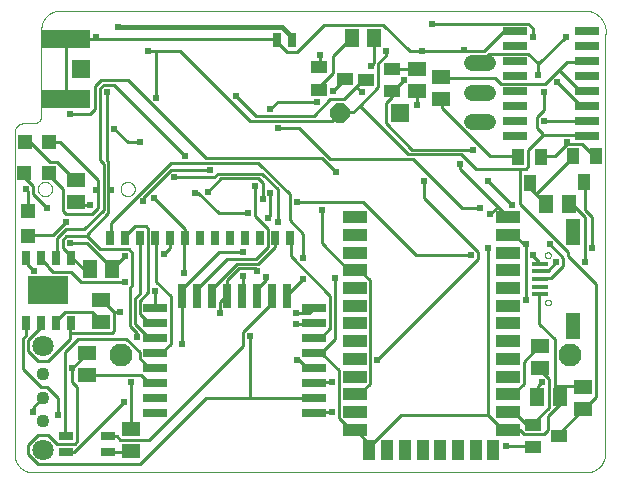
<source format=gbl>
G75*
%MOIN*%
%OFA0B0*%
%FSLAX25Y25*%
%IPPOS*%
%LPD*%
%AMOC8*
5,1,8,0,0,1.08239X$1,22.5*
%
%ADD10C,0.00000*%
%ADD11R,0.06496X0.06496*%
%ADD12OC8,0.06496*%
%ADD13R,0.04724X0.02756*%
%ADD14C,0.05200*%
%ADD15R,0.16000X0.06000*%
%ADD16R,0.06000X0.06000*%
%ADD17R,0.08000X0.02600*%
%ADD18R,0.05906X0.05118*%
%ADD19R,0.03937X0.05512*%
%ADD20R,0.05118X0.05906*%
%ADD21R,0.02500X0.05000*%
%ADD22R,0.05512X0.01575*%
%ADD23R,0.05000X0.08661*%
%ADD24R,0.07874X0.03937*%
%ADD25R,0.03937X0.07087*%
%ADD26R,0.04724X0.04724*%
%ADD27R,0.08000X0.03000*%
%ADD28R,0.03000X0.08000*%
%ADD29R,0.05512X0.03937*%
%ADD30C,0.04362*%
%ADD31C,0.07087*%
%ADD32R,0.02756X0.05118*%
%ADD33R,0.13386X0.09449*%
%ADD34C,0.07677*%
%ADD35C,0.01000*%
%ADD36C,0.02400*%
%ADD37C,0.01500*%
D10*
X0010738Y0006895D02*
X0010738Y0114484D01*
X0010740Y0114588D01*
X0010746Y0114692D01*
X0010755Y0114796D01*
X0010768Y0114900D01*
X0010785Y0115002D01*
X0010806Y0115105D01*
X0010831Y0115206D01*
X0010859Y0115306D01*
X0010891Y0115406D01*
X0010926Y0115504D01*
X0010965Y0115600D01*
X0011008Y0115695D01*
X0011054Y0115789D01*
X0011103Y0115881D01*
X0011156Y0115971D01*
X0011212Y0116059D01*
X0011271Y0116145D01*
X0011333Y0116228D01*
X0011398Y0116310D01*
X0011466Y0116389D01*
X0011537Y0116465D01*
X0011611Y0116539D01*
X0011687Y0116610D01*
X0011766Y0116678D01*
X0011848Y0116743D01*
X0011931Y0116805D01*
X0012017Y0116864D01*
X0012105Y0116920D01*
X0012195Y0116973D01*
X0012287Y0117022D01*
X0012381Y0117068D01*
X0012476Y0117111D01*
X0012572Y0117150D01*
X0012670Y0117185D01*
X0012770Y0117217D01*
X0012870Y0117245D01*
X0012971Y0117270D01*
X0013074Y0117291D01*
X0013176Y0117308D01*
X0013280Y0117321D01*
X0013384Y0117330D01*
X0013488Y0117336D01*
X0013592Y0117338D01*
X0013592Y0117339D02*
X0016942Y0117339D01*
X0017044Y0117341D01*
X0017145Y0117347D01*
X0017246Y0117357D01*
X0017347Y0117370D01*
X0017447Y0117388D01*
X0017547Y0117409D01*
X0017645Y0117434D01*
X0017743Y0117463D01*
X0017839Y0117495D01*
X0017934Y0117531D01*
X0018028Y0117571D01*
X0018120Y0117615D01*
X0018210Y0117661D01*
X0018298Y0117712D01*
X0018385Y0117765D01*
X0018469Y0117822D01*
X0018551Y0117882D01*
X0018631Y0117945D01*
X0018708Y0118012D01*
X0018782Y0118081D01*
X0018854Y0118153D01*
X0018923Y0118227D01*
X0018990Y0118304D01*
X0019053Y0118384D01*
X0019113Y0118466D01*
X0019170Y0118550D01*
X0019223Y0118637D01*
X0019274Y0118725D01*
X0019320Y0118815D01*
X0019364Y0118907D01*
X0019404Y0119001D01*
X0019440Y0119096D01*
X0019472Y0119192D01*
X0019501Y0119290D01*
X0019526Y0119388D01*
X0019547Y0119488D01*
X0019565Y0119588D01*
X0019578Y0119689D01*
X0019588Y0119790D01*
X0019594Y0119891D01*
X0019596Y0119993D01*
X0019596Y0148826D01*
X0019597Y0148826D02*
X0019599Y0148979D01*
X0019605Y0149132D01*
X0019614Y0149284D01*
X0019628Y0149436D01*
X0019645Y0149588D01*
X0019667Y0149739D01*
X0019692Y0149890D01*
X0019720Y0150040D01*
X0019753Y0150190D01*
X0019790Y0150338D01*
X0019830Y0150485D01*
X0019874Y0150632D01*
X0019921Y0150777D01*
X0019972Y0150921D01*
X0020027Y0151064D01*
X0020086Y0151205D01*
X0020148Y0151344D01*
X0020213Y0151482D01*
X0020282Y0151619D01*
X0020355Y0151753D01*
X0020431Y0151886D01*
X0020510Y0152017D01*
X0020592Y0152145D01*
X0020678Y0152272D01*
X0020767Y0152396D01*
X0020859Y0152518D01*
X0020954Y0152638D01*
X0021052Y0152755D01*
X0021153Y0152870D01*
X0021257Y0152982D01*
X0021364Y0153091D01*
X0021473Y0153198D01*
X0021585Y0153302D01*
X0021700Y0153403D01*
X0021817Y0153501D01*
X0021937Y0153596D01*
X0022059Y0153688D01*
X0022183Y0153777D01*
X0022310Y0153863D01*
X0022438Y0153945D01*
X0022569Y0154024D01*
X0022702Y0154100D01*
X0022836Y0154173D01*
X0022973Y0154242D01*
X0023111Y0154307D01*
X0023250Y0154369D01*
X0023391Y0154428D01*
X0023534Y0154483D01*
X0023678Y0154534D01*
X0023823Y0154581D01*
X0023970Y0154625D01*
X0024117Y0154665D01*
X0024265Y0154702D01*
X0024415Y0154735D01*
X0024565Y0154763D01*
X0024716Y0154788D01*
X0024867Y0154810D01*
X0025019Y0154827D01*
X0025171Y0154841D01*
X0025323Y0154850D01*
X0025476Y0154856D01*
X0025629Y0154858D01*
X0201964Y0154858D01*
X0201964Y0154859D02*
X0202131Y0154826D01*
X0202296Y0154789D01*
X0202461Y0154748D01*
X0202625Y0154703D01*
X0202787Y0154654D01*
X0202949Y0154601D01*
X0203109Y0154545D01*
X0203267Y0154484D01*
X0203424Y0154420D01*
X0203580Y0154351D01*
X0203734Y0154280D01*
X0203886Y0154204D01*
X0204036Y0154125D01*
X0204184Y0154042D01*
X0204330Y0153955D01*
X0204474Y0153866D01*
X0204616Y0153772D01*
X0204755Y0153675D01*
X0204893Y0153575D01*
X0205027Y0153472D01*
X0205159Y0153365D01*
X0205289Y0153256D01*
X0205416Y0153143D01*
X0205540Y0153027D01*
X0205661Y0152908D01*
X0205779Y0152786D01*
X0205895Y0152662D01*
X0206007Y0152534D01*
X0206116Y0152404D01*
X0206222Y0152272D01*
X0206325Y0152137D01*
X0206424Y0151999D01*
X0206520Y0151859D01*
X0206613Y0151717D01*
X0206702Y0151572D01*
X0206788Y0151426D01*
X0206870Y0151277D01*
X0206949Y0151127D01*
X0207024Y0150974D01*
X0207095Y0150820D01*
X0207162Y0150665D01*
X0207226Y0150507D01*
X0207286Y0150348D01*
X0207342Y0150188D01*
X0207394Y0150026D01*
X0207442Y0149864D01*
X0207486Y0149700D01*
X0207526Y0149535D01*
X0207563Y0149369D01*
X0207595Y0149202D01*
X0207623Y0149035D01*
X0207647Y0148867D01*
X0207667Y0148698D01*
X0207683Y0148529D01*
X0207695Y0148360D01*
X0207703Y0148190D01*
X0207707Y0148021D01*
X0207706Y0147851D01*
X0207702Y0147681D01*
X0207693Y0147512D01*
X0207680Y0147342D01*
X0207664Y0147173D01*
X0207643Y0147005D01*
X0207618Y0146837D01*
X0207589Y0146670D01*
X0207589Y0146669D02*
X0207589Y0007487D01*
X0207587Y0007328D01*
X0207581Y0007169D01*
X0207571Y0007010D01*
X0207558Y0006851D01*
X0207540Y0006693D01*
X0207519Y0006535D01*
X0207493Y0006378D01*
X0207464Y0006221D01*
X0207431Y0006066D01*
X0207395Y0005911D01*
X0207354Y0005757D01*
X0207310Y0005604D01*
X0207262Y0005452D01*
X0207210Y0005302D01*
X0207154Y0005152D01*
X0207095Y0005005D01*
X0207032Y0004858D01*
X0206966Y0004713D01*
X0206896Y0004570D01*
X0206823Y0004429D01*
X0206746Y0004290D01*
X0206666Y0004152D01*
X0206583Y0004016D01*
X0206496Y0003883D01*
X0206406Y0003752D01*
X0206312Y0003623D01*
X0206216Y0003496D01*
X0206117Y0003372D01*
X0206014Y0003250D01*
X0205909Y0003131D01*
X0205800Y0003014D01*
X0205689Y0002900D01*
X0205575Y0002789D01*
X0205458Y0002680D01*
X0205339Y0002575D01*
X0205217Y0002472D01*
X0205093Y0002373D01*
X0204966Y0002277D01*
X0204837Y0002183D01*
X0204706Y0002093D01*
X0204573Y0002006D01*
X0204437Y0001923D01*
X0204299Y0001843D01*
X0204160Y0001766D01*
X0204019Y0001693D01*
X0203876Y0001623D01*
X0203731Y0001557D01*
X0203584Y0001494D01*
X0203437Y0001435D01*
X0203287Y0001379D01*
X0203137Y0001327D01*
X0202985Y0001279D01*
X0202832Y0001235D01*
X0202678Y0001194D01*
X0202523Y0001158D01*
X0202368Y0001125D01*
X0202211Y0001096D01*
X0202054Y0001070D01*
X0201896Y0001049D01*
X0201738Y0001031D01*
X0201579Y0001018D01*
X0201420Y0001008D01*
X0201261Y0001002D01*
X0201102Y0001000D01*
X0016644Y0001000D01*
X0016643Y0001000D02*
X0016492Y0001002D01*
X0016340Y0001008D01*
X0016188Y0001017D01*
X0016037Y0001031D01*
X0015886Y0001048D01*
X0015735Y0001069D01*
X0015586Y0001095D01*
X0015436Y0001124D01*
X0015288Y0001156D01*
X0015141Y0001193D01*
X0014994Y0001234D01*
X0014849Y0001278D01*
X0014705Y0001326D01*
X0014562Y0001377D01*
X0014420Y0001433D01*
X0014280Y0001492D01*
X0014142Y0001554D01*
X0014005Y0001620D01*
X0013870Y0001690D01*
X0013737Y0001763D01*
X0013605Y0001839D01*
X0013476Y0001919D01*
X0013349Y0002002D01*
X0013224Y0002088D01*
X0013101Y0002178D01*
X0012981Y0002270D01*
X0012863Y0002366D01*
X0012747Y0002465D01*
X0012634Y0002566D01*
X0012524Y0002671D01*
X0012417Y0002778D01*
X0012312Y0002888D01*
X0012210Y0003001D01*
X0012111Y0003116D01*
X0012015Y0003234D01*
X0011922Y0003354D01*
X0011832Y0003477D01*
X0011746Y0003602D01*
X0011663Y0003729D01*
X0011583Y0003858D01*
X0011506Y0003989D01*
X0011433Y0004122D01*
X0011363Y0004257D01*
X0011297Y0004394D01*
X0011234Y0004532D01*
X0011175Y0004672D01*
X0011119Y0004814D01*
X0011067Y0004956D01*
X0011019Y0005101D01*
X0010975Y0005246D01*
X0010934Y0005392D01*
X0010897Y0005540D01*
X0010864Y0005688D01*
X0010835Y0005837D01*
X0010809Y0005987D01*
X0010788Y0006137D01*
X0010770Y0006288D01*
X0010756Y0006439D01*
X0010746Y0006591D01*
X0010740Y0006743D01*
X0010738Y0006895D01*
X0018455Y0095488D02*
X0018457Y0095585D01*
X0018463Y0095682D01*
X0018473Y0095778D01*
X0018487Y0095874D01*
X0018505Y0095970D01*
X0018526Y0096064D01*
X0018552Y0096158D01*
X0018581Y0096250D01*
X0018615Y0096341D01*
X0018651Y0096431D01*
X0018692Y0096519D01*
X0018736Y0096605D01*
X0018784Y0096690D01*
X0018835Y0096772D01*
X0018889Y0096853D01*
X0018947Y0096931D01*
X0019008Y0097006D01*
X0019071Y0097079D01*
X0019138Y0097150D01*
X0019208Y0097217D01*
X0019280Y0097282D01*
X0019355Y0097343D01*
X0019433Y0097402D01*
X0019512Y0097457D01*
X0019594Y0097509D01*
X0019678Y0097557D01*
X0019764Y0097602D01*
X0019852Y0097644D01*
X0019941Y0097682D01*
X0020032Y0097716D01*
X0020124Y0097746D01*
X0020217Y0097773D01*
X0020312Y0097795D01*
X0020407Y0097814D01*
X0020503Y0097829D01*
X0020599Y0097840D01*
X0020696Y0097847D01*
X0020793Y0097850D01*
X0020890Y0097849D01*
X0020987Y0097844D01*
X0021083Y0097835D01*
X0021179Y0097822D01*
X0021275Y0097805D01*
X0021370Y0097784D01*
X0021463Y0097760D01*
X0021556Y0097731D01*
X0021648Y0097699D01*
X0021738Y0097663D01*
X0021826Y0097624D01*
X0021913Y0097580D01*
X0021998Y0097534D01*
X0022081Y0097483D01*
X0022162Y0097430D01*
X0022240Y0097373D01*
X0022317Y0097313D01*
X0022390Y0097250D01*
X0022461Y0097184D01*
X0022529Y0097115D01*
X0022595Y0097043D01*
X0022657Y0096969D01*
X0022716Y0096892D01*
X0022772Y0096813D01*
X0022825Y0096731D01*
X0022875Y0096648D01*
X0022920Y0096562D01*
X0022963Y0096475D01*
X0023002Y0096386D01*
X0023037Y0096296D01*
X0023068Y0096204D01*
X0023095Y0096111D01*
X0023119Y0096017D01*
X0023139Y0095922D01*
X0023155Y0095826D01*
X0023167Y0095730D01*
X0023175Y0095633D01*
X0023179Y0095536D01*
X0023179Y0095440D01*
X0023175Y0095343D01*
X0023167Y0095246D01*
X0023155Y0095150D01*
X0023139Y0095054D01*
X0023119Y0094959D01*
X0023095Y0094865D01*
X0023068Y0094772D01*
X0023037Y0094680D01*
X0023002Y0094590D01*
X0022963Y0094501D01*
X0022920Y0094414D01*
X0022875Y0094328D01*
X0022825Y0094245D01*
X0022772Y0094163D01*
X0022716Y0094084D01*
X0022657Y0094007D01*
X0022595Y0093933D01*
X0022529Y0093861D01*
X0022461Y0093792D01*
X0022390Y0093726D01*
X0022317Y0093663D01*
X0022240Y0093603D01*
X0022162Y0093546D01*
X0022081Y0093493D01*
X0021998Y0093442D01*
X0021913Y0093396D01*
X0021826Y0093352D01*
X0021738Y0093313D01*
X0021648Y0093277D01*
X0021556Y0093245D01*
X0021463Y0093216D01*
X0021370Y0093192D01*
X0021275Y0093171D01*
X0021179Y0093154D01*
X0021083Y0093141D01*
X0020987Y0093132D01*
X0020890Y0093127D01*
X0020793Y0093126D01*
X0020696Y0093129D01*
X0020599Y0093136D01*
X0020503Y0093147D01*
X0020407Y0093162D01*
X0020312Y0093181D01*
X0020217Y0093203D01*
X0020124Y0093230D01*
X0020032Y0093260D01*
X0019941Y0093294D01*
X0019852Y0093332D01*
X0019764Y0093374D01*
X0019678Y0093419D01*
X0019594Y0093467D01*
X0019512Y0093519D01*
X0019433Y0093574D01*
X0019355Y0093633D01*
X0019280Y0093694D01*
X0019208Y0093759D01*
X0019138Y0093826D01*
X0019071Y0093897D01*
X0019008Y0093970D01*
X0018947Y0094045D01*
X0018889Y0094123D01*
X0018835Y0094204D01*
X0018784Y0094286D01*
X0018736Y0094371D01*
X0018692Y0094457D01*
X0018651Y0094545D01*
X0018615Y0094635D01*
X0018581Y0094726D01*
X0018552Y0094818D01*
X0018526Y0094912D01*
X0018505Y0095006D01*
X0018487Y0095102D01*
X0018473Y0095198D01*
X0018463Y0095294D01*
X0018457Y0095391D01*
X0018455Y0095488D01*
X0046014Y0095488D02*
X0046016Y0095585D01*
X0046022Y0095682D01*
X0046032Y0095778D01*
X0046046Y0095874D01*
X0046064Y0095970D01*
X0046085Y0096064D01*
X0046111Y0096158D01*
X0046140Y0096250D01*
X0046174Y0096341D01*
X0046210Y0096431D01*
X0046251Y0096519D01*
X0046295Y0096605D01*
X0046343Y0096690D01*
X0046394Y0096772D01*
X0046448Y0096853D01*
X0046506Y0096931D01*
X0046567Y0097006D01*
X0046630Y0097079D01*
X0046697Y0097150D01*
X0046767Y0097217D01*
X0046839Y0097282D01*
X0046914Y0097343D01*
X0046992Y0097402D01*
X0047071Y0097457D01*
X0047153Y0097509D01*
X0047237Y0097557D01*
X0047323Y0097602D01*
X0047411Y0097644D01*
X0047500Y0097682D01*
X0047591Y0097716D01*
X0047683Y0097746D01*
X0047776Y0097773D01*
X0047871Y0097795D01*
X0047966Y0097814D01*
X0048062Y0097829D01*
X0048158Y0097840D01*
X0048255Y0097847D01*
X0048352Y0097850D01*
X0048449Y0097849D01*
X0048546Y0097844D01*
X0048642Y0097835D01*
X0048738Y0097822D01*
X0048834Y0097805D01*
X0048929Y0097784D01*
X0049022Y0097760D01*
X0049115Y0097731D01*
X0049207Y0097699D01*
X0049297Y0097663D01*
X0049385Y0097624D01*
X0049472Y0097580D01*
X0049557Y0097534D01*
X0049640Y0097483D01*
X0049721Y0097430D01*
X0049799Y0097373D01*
X0049876Y0097313D01*
X0049949Y0097250D01*
X0050020Y0097184D01*
X0050088Y0097115D01*
X0050154Y0097043D01*
X0050216Y0096969D01*
X0050275Y0096892D01*
X0050331Y0096813D01*
X0050384Y0096731D01*
X0050434Y0096648D01*
X0050479Y0096562D01*
X0050522Y0096475D01*
X0050561Y0096386D01*
X0050596Y0096296D01*
X0050627Y0096204D01*
X0050654Y0096111D01*
X0050678Y0096017D01*
X0050698Y0095922D01*
X0050714Y0095826D01*
X0050726Y0095730D01*
X0050734Y0095633D01*
X0050738Y0095536D01*
X0050738Y0095440D01*
X0050734Y0095343D01*
X0050726Y0095246D01*
X0050714Y0095150D01*
X0050698Y0095054D01*
X0050678Y0094959D01*
X0050654Y0094865D01*
X0050627Y0094772D01*
X0050596Y0094680D01*
X0050561Y0094590D01*
X0050522Y0094501D01*
X0050479Y0094414D01*
X0050434Y0094328D01*
X0050384Y0094245D01*
X0050331Y0094163D01*
X0050275Y0094084D01*
X0050216Y0094007D01*
X0050154Y0093933D01*
X0050088Y0093861D01*
X0050020Y0093792D01*
X0049949Y0093726D01*
X0049876Y0093663D01*
X0049799Y0093603D01*
X0049721Y0093546D01*
X0049640Y0093493D01*
X0049557Y0093442D01*
X0049472Y0093396D01*
X0049385Y0093352D01*
X0049297Y0093313D01*
X0049207Y0093277D01*
X0049115Y0093245D01*
X0049022Y0093216D01*
X0048929Y0093192D01*
X0048834Y0093171D01*
X0048738Y0093154D01*
X0048642Y0093141D01*
X0048546Y0093132D01*
X0048449Y0093127D01*
X0048352Y0093126D01*
X0048255Y0093129D01*
X0048158Y0093136D01*
X0048062Y0093147D01*
X0047966Y0093162D01*
X0047871Y0093181D01*
X0047776Y0093203D01*
X0047683Y0093230D01*
X0047591Y0093260D01*
X0047500Y0093294D01*
X0047411Y0093332D01*
X0047323Y0093374D01*
X0047237Y0093419D01*
X0047153Y0093467D01*
X0047071Y0093519D01*
X0046992Y0093574D01*
X0046914Y0093633D01*
X0046839Y0093694D01*
X0046767Y0093759D01*
X0046697Y0093826D01*
X0046630Y0093897D01*
X0046567Y0093970D01*
X0046506Y0094045D01*
X0046448Y0094123D01*
X0046394Y0094204D01*
X0046343Y0094286D01*
X0046295Y0094371D01*
X0046251Y0094457D01*
X0046210Y0094545D01*
X0046174Y0094635D01*
X0046140Y0094726D01*
X0046111Y0094818D01*
X0046085Y0094912D01*
X0046064Y0095006D01*
X0046046Y0095102D01*
X0046032Y0095198D01*
X0046022Y0095294D01*
X0046016Y0095391D01*
X0046014Y0095488D01*
X0187431Y0073402D02*
X0187433Y0073464D01*
X0187439Y0073527D01*
X0187449Y0073588D01*
X0187463Y0073649D01*
X0187480Y0073709D01*
X0187501Y0073768D01*
X0187527Y0073825D01*
X0187555Y0073880D01*
X0187587Y0073934D01*
X0187623Y0073985D01*
X0187661Y0074035D01*
X0187703Y0074081D01*
X0187747Y0074125D01*
X0187795Y0074166D01*
X0187844Y0074204D01*
X0187896Y0074238D01*
X0187950Y0074269D01*
X0188006Y0074297D01*
X0188064Y0074321D01*
X0188123Y0074342D01*
X0188183Y0074358D01*
X0188244Y0074371D01*
X0188306Y0074380D01*
X0188368Y0074385D01*
X0188431Y0074386D01*
X0188493Y0074383D01*
X0188555Y0074376D01*
X0188617Y0074365D01*
X0188677Y0074350D01*
X0188737Y0074332D01*
X0188795Y0074310D01*
X0188852Y0074284D01*
X0188907Y0074254D01*
X0188960Y0074221D01*
X0189011Y0074185D01*
X0189059Y0074146D01*
X0189105Y0074103D01*
X0189148Y0074058D01*
X0189188Y0074010D01*
X0189225Y0073960D01*
X0189259Y0073907D01*
X0189290Y0073853D01*
X0189316Y0073797D01*
X0189340Y0073739D01*
X0189359Y0073679D01*
X0189375Y0073619D01*
X0189387Y0073557D01*
X0189395Y0073496D01*
X0189399Y0073433D01*
X0189399Y0073371D01*
X0189395Y0073308D01*
X0189387Y0073247D01*
X0189375Y0073185D01*
X0189359Y0073125D01*
X0189340Y0073065D01*
X0189316Y0073007D01*
X0189290Y0072951D01*
X0189259Y0072897D01*
X0189225Y0072844D01*
X0189188Y0072794D01*
X0189148Y0072746D01*
X0189105Y0072701D01*
X0189059Y0072658D01*
X0189011Y0072619D01*
X0188960Y0072583D01*
X0188907Y0072550D01*
X0188852Y0072520D01*
X0188795Y0072494D01*
X0188737Y0072472D01*
X0188677Y0072454D01*
X0188617Y0072439D01*
X0188555Y0072428D01*
X0188493Y0072421D01*
X0188431Y0072418D01*
X0188368Y0072419D01*
X0188306Y0072424D01*
X0188244Y0072433D01*
X0188183Y0072446D01*
X0188123Y0072462D01*
X0188064Y0072483D01*
X0188006Y0072507D01*
X0187950Y0072535D01*
X0187896Y0072566D01*
X0187844Y0072600D01*
X0187795Y0072638D01*
X0187747Y0072679D01*
X0187703Y0072723D01*
X0187661Y0072769D01*
X0187623Y0072819D01*
X0187587Y0072870D01*
X0187555Y0072924D01*
X0187527Y0072979D01*
X0187501Y0073036D01*
X0187480Y0073095D01*
X0187463Y0073155D01*
X0187449Y0073216D01*
X0187439Y0073277D01*
X0187433Y0073340D01*
X0187431Y0073402D01*
X0187431Y0057654D02*
X0187433Y0057716D01*
X0187439Y0057779D01*
X0187449Y0057840D01*
X0187463Y0057901D01*
X0187480Y0057961D01*
X0187501Y0058020D01*
X0187527Y0058077D01*
X0187555Y0058132D01*
X0187587Y0058186D01*
X0187623Y0058237D01*
X0187661Y0058287D01*
X0187703Y0058333D01*
X0187747Y0058377D01*
X0187795Y0058418D01*
X0187844Y0058456D01*
X0187896Y0058490D01*
X0187950Y0058521D01*
X0188006Y0058549D01*
X0188064Y0058573D01*
X0188123Y0058594D01*
X0188183Y0058610D01*
X0188244Y0058623D01*
X0188306Y0058632D01*
X0188368Y0058637D01*
X0188431Y0058638D01*
X0188493Y0058635D01*
X0188555Y0058628D01*
X0188617Y0058617D01*
X0188677Y0058602D01*
X0188737Y0058584D01*
X0188795Y0058562D01*
X0188852Y0058536D01*
X0188907Y0058506D01*
X0188960Y0058473D01*
X0189011Y0058437D01*
X0189059Y0058398D01*
X0189105Y0058355D01*
X0189148Y0058310D01*
X0189188Y0058262D01*
X0189225Y0058212D01*
X0189259Y0058159D01*
X0189290Y0058105D01*
X0189316Y0058049D01*
X0189340Y0057991D01*
X0189359Y0057931D01*
X0189375Y0057871D01*
X0189387Y0057809D01*
X0189395Y0057748D01*
X0189399Y0057685D01*
X0189399Y0057623D01*
X0189395Y0057560D01*
X0189387Y0057499D01*
X0189375Y0057437D01*
X0189359Y0057377D01*
X0189340Y0057317D01*
X0189316Y0057259D01*
X0189290Y0057203D01*
X0189259Y0057149D01*
X0189225Y0057096D01*
X0189188Y0057046D01*
X0189148Y0056998D01*
X0189105Y0056953D01*
X0189059Y0056910D01*
X0189011Y0056871D01*
X0188960Y0056835D01*
X0188907Y0056802D01*
X0188852Y0056772D01*
X0188795Y0056746D01*
X0188737Y0056724D01*
X0188677Y0056706D01*
X0188617Y0056691D01*
X0188555Y0056680D01*
X0188493Y0056673D01*
X0188431Y0056670D01*
X0188368Y0056671D01*
X0188306Y0056676D01*
X0188244Y0056685D01*
X0188183Y0056698D01*
X0188123Y0056714D01*
X0188064Y0056735D01*
X0188006Y0056759D01*
X0187950Y0056787D01*
X0187896Y0056818D01*
X0187844Y0056852D01*
X0187795Y0056890D01*
X0187747Y0056931D01*
X0187703Y0056975D01*
X0187661Y0057021D01*
X0187623Y0057071D01*
X0187587Y0057122D01*
X0187555Y0057176D01*
X0187527Y0057231D01*
X0187501Y0057288D01*
X0187480Y0057347D01*
X0187463Y0057407D01*
X0187449Y0057468D01*
X0187439Y0057529D01*
X0187433Y0057592D01*
X0187431Y0057654D01*
D11*
X0139006Y0120803D03*
D12*
X0119006Y0120803D03*
D13*
X0041919Y0013283D03*
X0041919Y0007772D03*
X0027746Y0007772D03*
X0027746Y0013283D03*
D14*
X0163204Y0117806D02*
X0168404Y0117806D01*
X0168404Y0127649D02*
X0163204Y0127649D01*
X0163204Y0137491D02*
X0168404Y0137491D01*
D15*
X0027864Y0145409D03*
X0027864Y0125409D03*
D16*
X0032864Y0135409D03*
D17*
X0177418Y0133067D03*
X0177418Y0138067D03*
X0177418Y0143067D03*
X0177418Y0148067D03*
X0201618Y0148067D03*
X0201618Y0143067D03*
X0201618Y0138067D03*
X0201618Y0133067D03*
X0201618Y0128067D03*
X0201618Y0123067D03*
X0201618Y0118067D03*
X0201618Y0113067D03*
X0177418Y0113067D03*
X0177418Y0118067D03*
X0177418Y0123067D03*
X0177418Y0128067D03*
D18*
X0152864Y0125409D03*
X0144833Y0128008D03*
X0144833Y0135488D03*
X0152864Y0132890D03*
X0039636Y0058638D03*
X0039636Y0051157D03*
X0034872Y0040921D03*
X0034872Y0033441D03*
X0049478Y0015567D03*
X0049478Y0008087D03*
X0031053Y0091000D03*
X0031053Y0098480D03*
X0185659Y0043283D03*
X0185659Y0035803D03*
X0199990Y0029543D03*
X0199990Y0022063D03*
D19*
X0200581Y0097693D03*
X0204321Y0106354D03*
X0196841Y0106354D03*
X0186053Y0106236D03*
X0178573Y0106236D03*
X0182313Y0097575D03*
D20*
X0187864Y0090488D03*
X0195344Y0090488D03*
X0130581Y0145843D03*
X0123100Y0145843D03*
X0043219Y0068717D03*
X0035738Y0068717D03*
X0184951Y0026079D03*
X0192431Y0026079D03*
D21*
X0102589Y0079150D03*
X0097589Y0079150D03*
X0092589Y0079150D03*
X0087589Y0079150D03*
X0082589Y0079150D03*
X0077589Y0079150D03*
X0072589Y0079150D03*
X0067589Y0079150D03*
X0062589Y0079150D03*
X0057589Y0079150D03*
X0052589Y0079150D03*
X0047589Y0079150D03*
X0042589Y0079150D03*
X0098140Y0145150D03*
X0103140Y0145150D03*
D22*
X0185659Y0070646D03*
X0185659Y0068087D03*
X0185659Y0065528D03*
X0185659Y0062969D03*
X0185659Y0060409D03*
D23*
X0196880Y0049780D03*
X0196880Y0081276D03*
D24*
X0175226Y0080213D03*
X0175226Y0086118D03*
X0175226Y0074307D03*
X0175226Y0068402D03*
X0175226Y0062496D03*
X0175226Y0056591D03*
X0175226Y0050685D03*
X0175226Y0044780D03*
X0175226Y0038874D03*
X0175226Y0032969D03*
X0175226Y0027063D03*
X0175226Y0021157D03*
X0175226Y0015252D03*
X0124045Y0015252D03*
X0124045Y0021157D03*
X0124045Y0027063D03*
X0124045Y0032969D03*
X0124045Y0038874D03*
X0124045Y0044780D03*
X0124045Y0050685D03*
X0124045Y0056591D03*
X0124045Y0062496D03*
X0124045Y0068402D03*
X0124045Y0074307D03*
X0124045Y0080213D03*
X0124045Y0086118D03*
D25*
X0128967Y0008362D03*
X0134872Y0008362D03*
X0140778Y0008362D03*
X0146683Y0008362D03*
X0152589Y0008362D03*
X0158494Y0008362D03*
X0164400Y0008362D03*
X0170305Y0008362D03*
D26*
X0022037Y0100961D03*
X0013770Y0100961D03*
X0014006Y0111000D03*
X0022274Y0111000D03*
X0015148Y0088165D03*
X0015148Y0079898D03*
D27*
X0057510Y0055961D03*
X0057510Y0050961D03*
X0057510Y0045961D03*
X0057510Y0040961D03*
X0057510Y0035961D03*
X0057510Y0030961D03*
X0057510Y0025961D03*
X0057510Y0020961D03*
X0110510Y0020961D03*
X0110510Y0025961D03*
X0110510Y0030961D03*
X0110510Y0035961D03*
X0110510Y0040961D03*
X0110510Y0045961D03*
X0110510Y0050961D03*
X0110510Y0055961D03*
D28*
X0101510Y0059961D03*
X0096510Y0059961D03*
X0091510Y0059961D03*
X0086510Y0059961D03*
X0081510Y0059961D03*
X0076510Y0059961D03*
X0071510Y0059961D03*
X0066510Y0059961D03*
D29*
X0112077Y0128559D03*
X0120738Y0132299D03*
X0127904Y0131787D03*
X0136565Y0128047D03*
X0136565Y0135528D03*
X0112077Y0136039D03*
X0183612Y0016945D03*
X0183612Y0009465D03*
X0192274Y0013205D03*
D30*
X0020148Y0018008D03*
X0020148Y0025882D03*
X0020148Y0033756D03*
D31*
X0020148Y0043205D03*
X0020148Y0008559D03*
D32*
X0019459Y0050843D03*
X0014459Y0050843D03*
X0024459Y0050843D03*
X0029459Y0050843D03*
X0029459Y0072496D03*
X0024459Y0072496D03*
X0019459Y0072496D03*
X0014459Y0072496D03*
D33*
X0021959Y0061669D03*
D34*
X0046211Y0040134D03*
X0195817Y0040134D03*
D35*
X0190738Y0045400D02*
X0190738Y0029800D01*
X0199938Y0029800D01*
X0199990Y0029543D01*
X0204338Y0026200D02*
X0204338Y0063800D01*
X0195138Y0073000D01*
X0195138Y0074600D01*
X0179138Y0090600D01*
X0179138Y0102200D01*
X0181138Y0102200D01*
X0181938Y0103000D01*
X0181938Y0108600D01*
X0186738Y0113400D01*
X0186738Y0113800D01*
X0184738Y0115800D01*
X0184738Y0119400D01*
X0187138Y0121800D01*
X0187138Y0127800D01*
X0187538Y0130600D02*
X0192138Y0135200D01*
X0199138Y0128200D01*
X0201538Y0128200D01*
X0201618Y0128067D01*
X0201538Y0123400D02*
X0199138Y0123400D01*
X0191538Y0131000D01*
X0187538Y0130600D02*
X0172738Y0130600D01*
X0170738Y0132600D01*
X0153138Y0132600D01*
X0152864Y0132890D01*
X0144833Y0135488D02*
X0144738Y0135400D01*
X0136738Y0135400D01*
X0136565Y0135528D01*
X0134338Y0139800D02*
X0131938Y0137400D01*
X0131938Y0129400D01*
X0125738Y0123200D01*
X0141938Y0107000D01*
X0159538Y0107000D01*
X0164338Y0102200D01*
X0179138Y0102200D01*
X0178573Y0106236D02*
X0178338Y0106600D01*
X0169138Y0106600D01*
X0153138Y0122600D01*
X0153138Y0125400D01*
X0152864Y0125409D01*
X0144738Y0123400D02*
X0144738Y0127800D01*
X0144833Y0128008D01*
X0140338Y0131800D02*
X0136738Y0128200D01*
X0136565Y0128047D01*
X0136338Y0127800D01*
X0136338Y0126200D01*
X0134338Y0124200D01*
X0134338Y0117400D01*
X0143138Y0108600D01*
X0163538Y0108600D01*
X0159138Y0103800D02*
X0159138Y0102200D01*
X0171738Y0089600D01*
X0169138Y0087000D01*
X0171738Y0089600D02*
X0175138Y0086200D01*
X0175226Y0086118D01*
X0176338Y0090200D02*
X0168338Y0098200D01*
X0165938Y0089000D02*
X0159938Y0089000D01*
X0143538Y0105400D01*
X0115938Y0105400D01*
X0105538Y0115800D01*
X0098338Y0115800D01*
X0091138Y0119800D02*
X0084338Y0126600D01*
X0091138Y0119800D02*
X0110338Y0119800D01*
X0115938Y0125400D01*
X0120338Y0125400D01*
X0124538Y0129600D01*
X0126338Y0127800D01*
X0124538Y0129600D02*
X0126338Y0131400D01*
X0127538Y0131400D01*
X0127904Y0131787D01*
X0129538Y0136600D02*
X0130338Y0137400D01*
X0130338Y0145800D01*
X0130581Y0145843D01*
X0133538Y0150200D02*
X0113938Y0150200D01*
X0104738Y0141000D01*
X0101538Y0141000D01*
X0097538Y0145000D01*
X0098140Y0145150D01*
X0097938Y0145400D01*
X0037938Y0145400D01*
X0037938Y0146200D01*
X0037938Y0145400D02*
X0027938Y0145400D01*
X0027864Y0145409D01*
X0027938Y0145000D01*
X0027938Y0125800D01*
X0027864Y0125409D01*
X0029138Y0120600D02*
X0035938Y0120600D01*
X0037538Y0122200D01*
X0037538Y0129800D01*
X0039538Y0131800D01*
X0048338Y0131800D01*
X0074338Y0105800D01*
X0113138Y0105800D01*
X0117938Y0101000D01*
X0126738Y0091000D02*
X0104738Y0091000D01*
X0102338Y0093800D02*
X0102338Y0085000D01*
X0106738Y0080600D01*
X0106738Y0072600D01*
X0102738Y0073000D02*
X0115938Y0059800D01*
X0115938Y0049000D01*
X0113138Y0046200D01*
X0110738Y0046200D01*
X0110510Y0045961D01*
X0110338Y0050600D02*
X0104338Y0050600D01*
X0104338Y0054200D02*
X0108738Y0054200D01*
X0110338Y0055800D01*
X0110510Y0055961D01*
X0110510Y0050961D02*
X0110338Y0050600D01*
X0117538Y0045400D02*
X0117538Y0065800D01*
X0121938Y0068600D02*
X0123938Y0068600D01*
X0124045Y0068402D01*
X0124338Y0068200D01*
X0125938Y0068200D01*
X0129138Y0065000D01*
X0129138Y0030600D01*
X0125938Y0027400D01*
X0124338Y0027400D01*
X0124045Y0027063D01*
X0116338Y0031000D02*
X0110738Y0031000D01*
X0110510Y0030961D01*
X0110510Y0025961D02*
X0110338Y0025800D01*
X0089138Y0025800D01*
X0089138Y0046600D01*
X0086738Y0047800D02*
X0096338Y0057400D01*
X0096338Y0059800D01*
X0096510Y0059961D01*
X0091538Y0060200D02*
X0091510Y0059961D01*
X0091538Y0060200D02*
X0091538Y0062200D01*
X0094338Y0065000D01*
X0094338Y0066200D01*
X0091538Y0068200D02*
X0090738Y0069000D01*
X0085538Y0069000D01*
X0081538Y0065000D01*
X0081538Y0060200D01*
X0081510Y0059961D01*
X0081138Y0059800D01*
X0079138Y0057800D01*
X0079138Y0054200D01*
X0076510Y0059961D02*
X0076738Y0060200D01*
X0076738Y0062600D01*
X0084738Y0070600D01*
X0091938Y0070600D01*
X0097538Y0076200D01*
X0097538Y0079000D01*
X0097589Y0079150D01*
X0095138Y0076200D02*
X0091138Y0072200D01*
X0081538Y0072200D01*
X0071538Y0062200D01*
X0071538Y0060200D01*
X0071510Y0059961D01*
X0066738Y0060200D02*
X0066738Y0062600D01*
X0078738Y0074600D01*
X0086738Y0074600D01*
X0095138Y0076200D02*
X0095138Y0082200D01*
X0090738Y0086600D01*
X0090738Y0096600D01*
X0091938Y0099000D02*
X0093538Y0097400D01*
X0093538Y0092200D01*
X0095938Y0094200D02*
X0095938Y0086600D01*
X0095138Y0085800D01*
X0098338Y0084600D02*
X0098338Y0095400D01*
X0093138Y0100600D01*
X0078338Y0100600D01*
X0077138Y0099400D01*
X0063938Y0099400D01*
X0062738Y0101800D02*
X0075938Y0101800D01*
X0079538Y0099000D02*
X0075138Y0094600D01*
X0071938Y0094200D02*
X0078738Y0087400D01*
X0088338Y0087400D01*
X0102338Y0093800D02*
X0091938Y0104200D01*
X0062738Y0104200D01*
X0042738Y0084200D01*
X0042738Y0079400D01*
X0042589Y0079150D01*
X0047589Y0079150D02*
X0047938Y0079400D01*
X0047938Y0080200D01*
X0050738Y0083000D01*
X0054338Y0083000D01*
X0055138Y0082200D01*
X0055138Y0061000D01*
X0052338Y0058200D01*
X0052338Y0053800D01*
X0055138Y0051000D01*
X0057138Y0051000D01*
X0057510Y0050961D01*
X0057138Y0046200D02*
X0057510Y0045961D01*
X0057138Y0046200D02*
X0055138Y0046200D01*
X0050738Y0050600D01*
X0050738Y0059000D01*
X0052338Y0060600D01*
X0052338Y0079000D01*
X0052589Y0079150D01*
X0048738Y0075400D02*
X0039138Y0075400D01*
X0034738Y0079800D01*
X0034738Y0080200D01*
X0041938Y0087400D01*
X0041938Y0095000D01*
X0042738Y0095000D01*
X0041938Y0095000D02*
X0041938Y0104600D01*
X0041538Y0105000D01*
X0041538Y0127800D01*
X0040338Y0130200D02*
X0039138Y0129000D01*
X0039138Y0105000D01*
X0040338Y0103800D01*
X0040338Y0088600D01*
X0033938Y0082200D01*
X0027938Y0082200D01*
X0024738Y0079000D01*
X0024738Y0072600D01*
X0024459Y0072496D01*
X0021938Y0069800D02*
X0021938Y0069400D01*
X0023538Y0067800D01*
X0029538Y0067800D01*
X0032738Y0064600D01*
X0047538Y0064600D01*
X0049138Y0062600D02*
X0049938Y0063400D01*
X0049938Y0074200D01*
X0048738Y0075400D01*
X0047538Y0073000D02*
X0043538Y0069000D01*
X0043219Y0068717D01*
X0043138Y0069000D01*
X0034738Y0077400D01*
X0029138Y0077400D01*
X0026738Y0078600D02*
X0026738Y0075800D01*
X0029138Y0073400D01*
X0029138Y0072600D01*
X0029459Y0072496D01*
X0029938Y0072600D01*
X0033538Y0069000D01*
X0035538Y0069000D01*
X0035738Y0068717D01*
X0026738Y0078600D02*
X0027938Y0079800D01*
X0034738Y0079800D01*
X0027938Y0084600D02*
X0023538Y0080200D01*
X0015538Y0080200D01*
X0015148Y0079898D01*
X0014459Y0072496D02*
X0014738Y0072200D01*
X0014738Y0070600D01*
X0017138Y0068200D01*
X0019538Y0072200D02*
X0021938Y0069800D01*
X0019538Y0072200D02*
X0019459Y0072496D01*
X0027938Y0087000D02*
X0036338Y0087000D01*
X0038338Y0089000D01*
X0038338Y0095000D01*
X0037938Y0095000D01*
X0038338Y0095000D02*
X0038338Y0098600D01*
X0025938Y0111000D01*
X0022274Y0111000D01*
X0015938Y0111000D02*
X0022338Y0104600D01*
X0024738Y0104600D01*
X0030738Y0098600D01*
X0031053Y0098480D01*
X0026738Y0095400D02*
X0026738Y0088200D01*
X0027938Y0087000D01*
X0031138Y0091000D02*
X0031938Y0090200D01*
X0035938Y0090200D01*
X0031138Y0091000D02*
X0031053Y0091000D01*
X0026738Y0095400D02*
X0022338Y0099800D01*
X0022338Y0100600D01*
X0022037Y0100961D01*
X0016738Y0096600D02*
X0016738Y0093800D01*
X0021538Y0089000D01*
X0015148Y0088165D02*
X0015138Y0088200D01*
X0015138Y0094600D01*
X0014338Y0095400D01*
X0016738Y0096600D02*
X0013938Y0099400D01*
X0013938Y0100600D01*
X0013770Y0100961D01*
X0014006Y0111000D02*
X0015938Y0111000D01*
X0043938Y0115400D02*
X0048338Y0111000D01*
X0052338Y0111000D01*
X0062738Y0101800D02*
X0053538Y0092600D01*
X0053538Y0091400D01*
X0057138Y0092600D02*
X0067538Y0082200D01*
X0067538Y0079400D01*
X0067589Y0079150D01*
X0067138Y0079000D01*
X0067138Y0067400D01*
X0062738Y0059800D02*
X0057938Y0064600D01*
X0057938Y0079000D01*
X0057589Y0079150D01*
X0062338Y0079000D02*
X0062338Y0075800D01*
X0060338Y0073800D01*
X0062338Y0079000D02*
X0062589Y0079150D01*
X0070738Y0094200D02*
X0071938Y0094200D01*
X0079538Y0099000D02*
X0091938Y0099000D01*
X0113138Y0088600D02*
X0113138Y0077400D01*
X0121938Y0068600D01*
X0106738Y0065400D02*
X0101538Y0060200D01*
X0101510Y0059961D01*
X0086738Y0060200D02*
X0086510Y0059961D01*
X0086738Y0060200D02*
X0086738Y0066600D01*
X0102738Y0073000D02*
X0102738Y0079000D01*
X0102589Y0079150D01*
X0126738Y0091000D02*
X0144338Y0073400D01*
X0162738Y0073400D01*
X0165138Y0072200D02*
X0131538Y0038600D01*
X0118738Y0035000D02*
X0118738Y0019000D01*
X0122338Y0015400D01*
X0123538Y0015400D01*
X0124045Y0015252D01*
X0124338Y0015000D01*
X0128738Y0010600D01*
X0128738Y0008600D01*
X0128967Y0008362D01*
X0129138Y0010600D01*
X0129938Y0010600D01*
X0139538Y0020200D01*
X0168338Y0020200D01*
X0173138Y0015400D01*
X0174738Y0015400D01*
X0175226Y0015252D01*
X0175538Y0015000D01*
X0179138Y0015000D01*
X0180338Y0013800D01*
X0187138Y0013800D01*
X0188338Y0015000D01*
X0188338Y0019800D01*
X0192338Y0023800D01*
X0192338Y0025800D01*
X0192431Y0026079D01*
X0192338Y0026200D01*
X0190738Y0027800D01*
X0190738Y0029800D01*
X0188738Y0032200D02*
X0188738Y0022600D01*
X0183538Y0017400D01*
X0183612Y0016945D01*
X0183538Y0017000D01*
X0181138Y0017000D01*
X0177138Y0021000D01*
X0175538Y0021000D01*
X0175226Y0021157D01*
X0168338Y0020200D02*
X0168338Y0075800D01*
X0165138Y0074600D02*
X0165138Y0072200D01*
X0165138Y0074600D02*
X0147138Y0092600D01*
X0147138Y0098200D01*
X0175226Y0080213D02*
X0175538Y0080200D01*
X0177138Y0080200D01*
X0180338Y0077000D01*
X0181138Y0077000D01*
X0181138Y0058600D01*
X0185538Y0060200D02*
X0185659Y0060409D01*
X0185538Y0060200D02*
X0185538Y0050600D01*
X0190738Y0045400D01*
X0185659Y0043283D02*
X0185538Y0043000D01*
X0180338Y0037800D01*
X0180338Y0030600D01*
X0177138Y0027400D01*
X0175538Y0027400D01*
X0175226Y0027063D01*
X0184951Y0026079D02*
X0185138Y0026200D01*
X0185138Y0029800D01*
X0186338Y0031000D01*
X0188738Y0032200D02*
X0185938Y0035000D01*
X0185938Y0035800D01*
X0185659Y0035803D01*
X0199990Y0022063D02*
X0200338Y0022200D01*
X0204338Y0026200D01*
X0199990Y0022063D02*
X0199938Y0021800D01*
X0192338Y0014200D01*
X0192338Y0013400D01*
X0192274Y0013205D01*
X0183538Y0009800D02*
X0183612Y0009465D01*
X0183538Y0009800D02*
X0174338Y0009800D01*
X0118738Y0035000D02*
X0113138Y0040600D01*
X0110738Y0040600D01*
X0110510Y0040961D01*
X0113138Y0041000D01*
X0117538Y0045400D01*
X0110338Y0036200D02*
X0107938Y0036200D01*
X0105538Y0038600D01*
X0104738Y0038600D01*
X0110338Y0036200D02*
X0110510Y0035961D01*
X0110738Y0021000D02*
X0110510Y0020961D01*
X0110738Y0021000D02*
X0116338Y0021000D01*
X0089138Y0025800D02*
X0074338Y0025800D01*
X0052338Y0003800D01*
X0018338Y0003800D01*
X0015138Y0007000D01*
X0015138Y0010200D01*
X0018338Y0013400D01*
X0021938Y0013400D01*
X0024738Y0010600D01*
X0030738Y0010600D01*
X0031538Y0011400D01*
X0031538Y0029400D01*
X0029938Y0031000D01*
X0029938Y0035800D01*
X0034738Y0040600D01*
X0034872Y0040921D01*
X0031938Y0045400D02*
X0047938Y0045400D01*
X0052338Y0041000D01*
X0052338Y0039000D01*
X0055138Y0036200D01*
X0057138Y0036200D01*
X0057510Y0035961D01*
X0057510Y0040961D02*
X0057538Y0041000D01*
X0059938Y0041000D01*
X0062738Y0043800D01*
X0062738Y0059800D01*
X0066338Y0059800D02*
X0066510Y0059961D01*
X0066738Y0060200D01*
X0066338Y0059800D02*
X0066338Y0043800D01*
X0051538Y0046200D02*
X0051538Y0047400D01*
X0049138Y0049800D01*
X0049138Y0062600D01*
X0057538Y0061400D02*
X0057538Y0056200D01*
X0057510Y0055961D01*
X0045938Y0054600D02*
X0043938Y0054600D01*
X0043938Y0048200D01*
X0043138Y0047400D01*
X0029138Y0047400D01*
X0029138Y0045400D01*
X0021938Y0038200D01*
X0018338Y0038200D01*
X0015138Y0041400D01*
X0015138Y0045000D01*
X0019138Y0049000D01*
X0019138Y0050600D01*
X0019459Y0050843D01*
X0014459Y0050843D02*
X0014338Y0050600D01*
X0014338Y0046600D01*
X0013538Y0045800D01*
X0013538Y0035400D01*
X0019538Y0029400D01*
X0021538Y0029400D01*
X0025138Y0025800D01*
X0025138Y0020200D01*
X0027538Y0013400D02*
X0027746Y0013283D01*
X0027538Y0013400D02*
X0027538Y0041000D01*
X0031938Y0045400D01*
X0029138Y0047400D02*
X0029138Y0050600D01*
X0029459Y0050843D01*
X0027538Y0054600D02*
X0024738Y0051800D01*
X0024738Y0051000D01*
X0024459Y0050843D01*
X0027538Y0054600D02*
X0036338Y0054600D01*
X0039538Y0051400D01*
X0039636Y0051157D01*
X0043938Y0054600D02*
X0039938Y0058600D01*
X0039636Y0058638D01*
X0035138Y0033400D02*
X0034872Y0033441D01*
X0035138Y0033400D02*
X0052738Y0033400D01*
X0055138Y0031000D01*
X0057138Y0031000D01*
X0057510Y0030961D01*
X0049538Y0031000D02*
X0049538Y0015800D01*
X0049478Y0015567D01*
X0045938Y0011800D02*
X0055538Y0011800D01*
X0086738Y0043000D01*
X0086738Y0047800D01*
X0047138Y0024600D02*
X0030338Y0007800D01*
X0027938Y0007800D01*
X0027746Y0007772D01*
X0041919Y0007772D02*
X0041938Y0007800D01*
X0049138Y0007800D01*
X0049478Y0008087D01*
X0045938Y0011800D02*
X0044738Y0013000D01*
X0041938Y0013000D01*
X0041919Y0013283D01*
X0020148Y0025882D02*
X0019938Y0025800D01*
X0016738Y0022600D01*
X0016738Y0021000D01*
X0067538Y0106600D02*
X0043938Y0130200D01*
X0040338Y0130200D01*
X0055138Y0141400D02*
X0057938Y0141400D01*
X0057938Y0125800D01*
X0057938Y0141400D02*
X0065938Y0141400D01*
X0089138Y0118200D01*
X0116338Y0118200D01*
X0118738Y0120600D01*
X0119006Y0120803D01*
X0119138Y0121000D01*
X0123538Y0121000D01*
X0125738Y0123200D01*
X0116738Y0128200D02*
X0120738Y0132200D01*
X0120738Y0132299D01*
X0116738Y0134200D02*
X0116738Y0139800D01*
X0122738Y0145800D01*
X0123100Y0145843D01*
X0133538Y0150200D02*
X0142338Y0141400D01*
X0146338Y0141400D01*
X0160338Y0141400D01*
X0160338Y0141800D01*
X0160338Y0141400D02*
X0167138Y0141400D01*
X0173538Y0147800D01*
X0177138Y0147800D01*
X0177418Y0148067D01*
X0181938Y0150600D02*
X0149938Y0150600D01*
X0134338Y0141400D02*
X0134338Y0139800D01*
X0116738Y0134200D02*
X0112338Y0129800D01*
X0112338Y0128600D01*
X0112077Y0128559D01*
X0111538Y0124600D02*
X0098338Y0124600D01*
X0095938Y0122200D01*
X0112077Y0136039D02*
X0112338Y0136200D01*
X0112338Y0140200D01*
X0165804Y0137491D02*
X0165938Y0137800D01*
X0168738Y0140600D01*
X0181938Y0140600D01*
X0185138Y0137400D01*
X0185538Y0137400D01*
X0194338Y0146200D01*
X0194738Y0137800D02*
X0201538Y0137800D01*
X0201618Y0138067D01*
X0194738Y0137800D02*
X0192138Y0135200D01*
X0185138Y0133400D02*
X0185138Y0137400D01*
X0183538Y0146200D02*
X0183538Y0149000D01*
X0181938Y0150600D01*
X0201538Y0123400D02*
X0201618Y0123067D01*
X0201538Y0118200D02*
X0201618Y0118067D01*
X0201538Y0118200D02*
X0187138Y0118200D01*
X0186738Y0113400D02*
X0201538Y0113400D01*
X0201618Y0113067D01*
X0199938Y0110600D02*
X0203938Y0106600D01*
X0204321Y0106354D01*
X0199938Y0110600D02*
X0194738Y0110600D01*
X0194738Y0111000D01*
X0194738Y0110600D02*
X0190738Y0106600D01*
X0186338Y0106600D01*
X0186053Y0106236D01*
X0196738Y0106200D02*
X0196841Y0106354D01*
X0196738Y0106200D02*
X0184338Y0093800D01*
X0182338Y0095800D01*
X0182338Y0097400D01*
X0182313Y0097575D01*
X0184338Y0093800D02*
X0187538Y0090600D01*
X0187864Y0090488D01*
X0195344Y0090488D02*
X0195538Y0090200D01*
X0196738Y0090200D01*
X0200738Y0086200D01*
X0200738Y0071000D01*
X0203138Y0075800D02*
X0203138Y0086200D01*
X0200738Y0088600D01*
X0200738Y0097400D01*
X0200581Y0097693D01*
X0189138Y0077000D02*
X0193538Y0072600D01*
X0193538Y0069800D01*
X0189538Y0065800D01*
X0185938Y0065800D01*
X0185659Y0065528D01*
X0185659Y0068087D02*
X0185938Y0068200D01*
X0188338Y0068200D01*
X0191138Y0071000D01*
X0185659Y0070646D02*
X0185538Y0071000D01*
X0183538Y0073000D01*
X0183538Y0073400D01*
D36*
X0183538Y0073400D03*
X0181138Y0077000D03*
X0189138Y0077000D03*
X0191138Y0071000D03*
X0200738Y0071000D03*
X0203138Y0075800D03*
X0181138Y0058600D03*
X0162738Y0073400D03*
X0168338Y0075800D03*
X0169138Y0087000D03*
X0165938Y0089000D03*
X0176338Y0090200D03*
X0168338Y0098200D03*
X0159138Y0103800D03*
X0163538Y0108600D03*
X0147138Y0098200D03*
X0117938Y0101000D03*
X0104738Y0091000D03*
X0113138Y0088600D03*
X0098338Y0084600D03*
X0095138Y0085800D03*
X0088338Y0087400D03*
X0093538Y0092200D03*
X0095938Y0094200D03*
X0090738Y0096600D03*
X0075938Y0101800D03*
X0067538Y0106600D03*
X0063938Y0099400D03*
X0070738Y0094200D03*
X0075138Y0094600D03*
X0057138Y0092600D03*
X0053538Y0091400D03*
X0042738Y0095000D03*
X0037938Y0095000D03*
X0035938Y0090200D03*
X0027938Y0084600D03*
X0021538Y0089000D03*
X0014338Y0095400D03*
X0029138Y0077400D03*
X0017138Y0068200D03*
X0045938Y0054600D03*
X0051538Y0046200D03*
X0066338Y0043800D03*
X0079138Y0054200D03*
X0089138Y0046600D03*
X0104338Y0050600D03*
X0104338Y0054200D03*
X0106738Y0065400D03*
X0106738Y0072600D03*
X0117538Y0065800D03*
X0094338Y0066200D03*
X0091538Y0068200D03*
X0086738Y0066600D03*
X0086738Y0074600D03*
X0067138Y0067400D03*
X0060338Y0073800D03*
X0047538Y0073000D03*
X0047538Y0064600D03*
X0057538Y0061400D03*
X0029938Y0035800D03*
X0047138Y0024600D03*
X0049538Y0031000D03*
X0025138Y0020200D03*
X0016738Y0021000D03*
X0104738Y0038600D03*
X0116338Y0031000D03*
X0116338Y0021000D03*
X0131538Y0038600D03*
X0174338Y0009800D03*
X0186338Y0031000D03*
X0194738Y0111000D03*
X0187138Y0118200D03*
X0187138Y0127800D03*
X0191538Y0131000D03*
X0185138Y0133400D03*
X0183538Y0146200D03*
X0194338Y0146200D03*
X0160338Y0141800D03*
X0149938Y0150600D03*
X0146338Y0141400D03*
X0140338Y0131800D03*
X0144738Y0123400D03*
X0126338Y0127800D03*
X0116738Y0128200D03*
X0111538Y0124600D03*
X0098338Y0115800D03*
X0095938Y0122200D03*
X0084338Y0126600D03*
X0057938Y0125800D03*
X0043938Y0115400D03*
X0052338Y0111000D03*
X0041538Y0127800D03*
X0029138Y0120600D03*
X0055138Y0141400D03*
X0045138Y0149400D03*
X0037938Y0146200D03*
X0112338Y0140200D03*
X0129538Y0136600D03*
X0134338Y0141400D03*
D37*
X0103140Y0145150D02*
X0103138Y0145400D01*
X0103138Y0146200D01*
X0099938Y0149400D01*
X0045138Y0149400D01*
M02*

</source>
